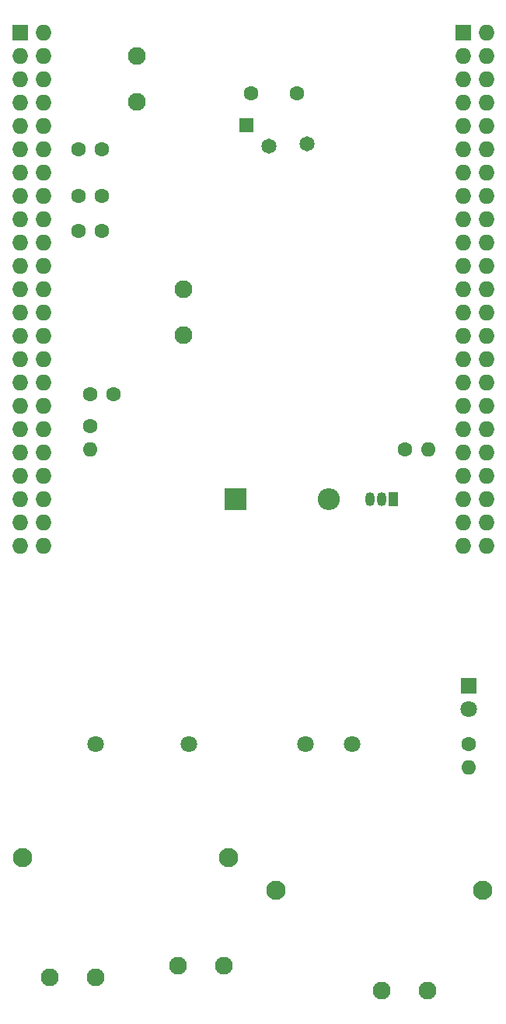
<source format=gbs>
G04 #@! TF.GenerationSoftware,KiCad,Pcbnew,5.1.5-1.fc30*
G04 #@! TF.CreationDate,2020-06-02T12:14:53+03:00*
G04 #@! TF.ProjectId,savustin_real2,73617675-7374-4696-9e5f-7265616c322e,rev?*
G04 #@! TF.SameCoordinates,PX6d2994cPYa3a71e0*
G04 #@! TF.FileFunction,Soldermask,Bot*
G04 #@! TF.FilePolarity,Negative*
%FSLAX46Y46*%
G04 Gerber Fmt 4.6, Leading zero omitted, Abs format (unit mm)*
G04 Created by KiCad (PCBNEW 5.1.5-1.fc30) date 2020-06-02 12:14:53*
%MOMM*%
%LPD*%
G04 APERTURE LIST*
%ADD10C,2.100000*%
%ADD11C,1.600000*%
%ADD12C,1.650000*%
%ADD13R,1.650000X1.650000*%
%ADD14O,2.400000X2.400000*%
%ADD15R,2.400000X2.400000*%
%ADD16C,1.800000*%
%ADD17R,1.800000X1.800000*%
%ADD18O,1.600000X1.600000*%
%ADD19C,1.950000*%
%ADD20R,1.050000X1.500000*%
%ADD21O,1.050000X1.500000*%
%ADD22R,1.727200X1.727200*%
%ADD23O,1.727200X1.727200*%
G04 APERTURE END LIST*
D10*
X2161200Y19354800D03*
X24661200Y19354800D03*
X52296400Y15849600D03*
X29796400Y15849600D03*
D11*
X27045000Y102600000D03*
X32045000Y102600000D03*
D12*
X33145000Y97100000D03*
X29045000Y96800000D03*
D13*
X26545000Y99100000D03*
D14*
X35560000Y58420000D03*
D15*
X25400000Y58420000D03*
D16*
X50800000Y35560000D03*
D17*
X50800000Y38100000D03*
D18*
X9525000Y63832500D03*
D11*
X9525000Y66372500D03*
D18*
X50800000Y29210000D03*
D11*
X50800000Y31750000D03*
D18*
X46418500Y63817500D03*
D11*
X43878500Y63817500D03*
D16*
X38060000Y31750000D03*
X32960000Y31750000D03*
X20260000Y31750000D03*
X10160000Y31750000D03*
D19*
X5120000Y6350000D03*
X10120000Y6350000D03*
X14605000Y101640000D03*
X14605000Y106640000D03*
X41289600Y4876800D03*
X46289600Y4876800D03*
X19090000Y7620000D03*
X24090000Y7620000D03*
D20*
X42545000Y58420000D03*
D21*
X40005000Y58420000D03*
X41275000Y58420000D03*
D19*
X19685000Y76240000D03*
X19685000Y81240000D03*
D11*
X9565000Y69850000D03*
X12065000Y69850000D03*
X8295000Y87630000D03*
X10795000Y87630000D03*
X8295000Y91440000D03*
X10795000Y91440000D03*
X8295000Y96520000D03*
X10795000Y96520000D03*
D22*
X50165000Y109220000D03*
D23*
X52705000Y109220000D03*
X50165000Y106680000D03*
X52705000Y106680000D03*
X50165000Y104140000D03*
X52705000Y104140000D03*
X50165000Y101600000D03*
X52705000Y101600000D03*
X50165000Y99060000D03*
X52705000Y99060000D03*
X50165000Y96520000D03*
X52705000Y96520000D03*
X50165000Y93980000D03*
X52705000Y93980000D03*
X50165000Y91440000D03*
X52705000Y91440000D03*
X50165000Y88900000D03*
X52705000Y88900000D03*
X50165000Y86360000D03*
X52705000Y86360000D03*
X50165000Y83820000D03*
X52705000Y83820000D03*
X50165000Y81280000D03*
X52705000Y81280000D03*
X50165000Y78740000D03*
X52705000Y78740000D03*
X50165000Y76200000D03*
X52705000Y76200000D03*
X50165000Y73660000D03*
X52705000Y73660000D03*
X50165000Y71120000D03*
X52705000Y71120000D03*
X50165000Y68580000D03*
X52705000Y68580000D03*
X50165000Y66040000D03*
X52705000Y66040000D03*
X50165000Y63500000D03*
X52705000Y63500000D03*
X50165000Y60960000D03*
X52705000Y60960000D03*
X50165000Y58420000D03*
X52705000Y58420000D03*
X50165000Y55880000D03*
X52705000Y55880000D03*
X50165000Y53340000D03*
X52705000Y53340000D03*
D22*
X1905000Y109220000D03*
D23*
X4445000Y109220000D03*
X1905000Y106680000D03*
X4445000Y106680000D03*
X1905000Y104140000D03*
X4445000Y104140000D03*
X1905000Y101600000D03*
X4445000Y101600000D03*
X1905000Y99060000D03*
X4445000Y99060000D03*
X1905000Y96520000D03*
X4445000Y96520000D03*
X1905000Y93980000D03*
X4445000Y93980000D03*
X1905000Y91440000D03*
X4445000Y91440000D03*
X1905000Y88900000D03*
X4445000Y88900000D03*
X1905000Y86360000D03*
X4445000Y86360000D03*
X1905000Y83820000D03*
X4445000Y83820000D03*
X1905000Y81280000D03*
X4445000Y81280000D03*
X1905000Y78740000D03*
X4445000Y78740000D03*
X1905000Y76200000D03*
X4445000Y76200000D03*
X1905000Y73660000D03*
X4445000Y73660000D03*
X1905000Y71120000D03*
X4445000Y71120000D03*
X1905000Y68580000D03*
X4445000Y68580000D03*
X1905000Y66040000D03*
X4445000Y66040000D03*
X1905000Y63500000D03*
X4445000Y63500000D03*
X1905000Y60960000D03*
X4445000Y60960000D03*
X1905000Y58420000D03*
X4445000Y58420000D03*
X1905000Y55880000D03*
X4445000Y55880000D03*
X1905000Y53340000D03*
X4445000Y53340000D03*
M02*

</source>
